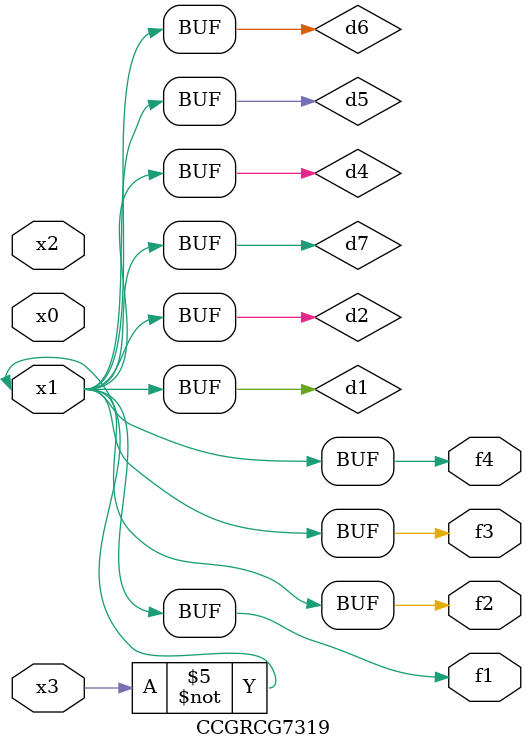
<source format=v>
module CCGRCG7319(
	input x0, x1, x2, x3,
	output f1, f2, f3, f4
);

	wire d1, d2, d3, d4, d5, d6, d7;

	not (d1, x3);
	buf (d2, x1);
	xnor (d3, d1, d2);
	nor (d4, d1);
	buf (d5, d1, d2);
	buf (d6, d4, d5);
	nand (d7, d4);
	assign f1 = d6;
	assign f2 = d7;
	assign f3 = d6;
	assign f4 = d6;
endmodule

</source>
